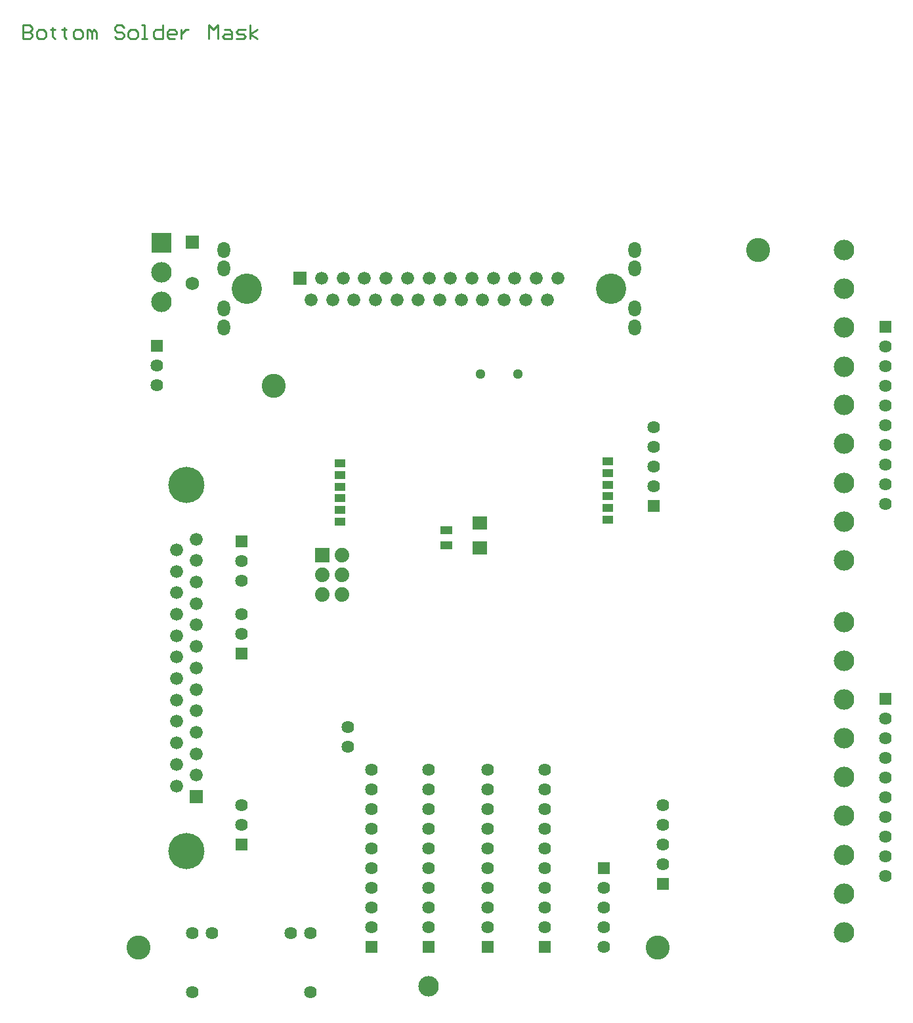
<source format=gbs>
%FSLAX23Y23*%
%MOIN*%
G70*
G01*
G75*
G04 Layer_Color=13486297*
G04 Layer_Color=13486297*
%ADD10C,0.013*%
%ADD11R,0.024X0.080*%
%ADD12O,0.024X0.080*%
%ADD13R,0.039X0.071*%
%ADD14R,0.057X0.035*%
%ADD15R,0.035X0.057*%
%ADD16R,0.036X0.036*%
%ADD17R,0.060X0.052*%
%ADD18O,0.030X0.020*%
%ADD19O,0.030X0.059*%
%ADD20O,0.028X0.059*%
%ADD21R,0.071X0.126*%
%ADD22R,0.036X0.050*%
%ADD23R,0.050X0.036*%
%ADD24R,0.095X0.091*%
%ADD25R,0.071X0.039*%
%ADD26R,0.079X0.079*%
%ADD27R,0.051X0.079*%
%ADD28R,0.052X0.060*%
%ADD29O,0.059X0.028*%
%ADD30O,0.059X0.030*%
%ADD31O,0.020X0.030*%
%ADD32R,0.063X0.071*%
%ADD33O,0.013X0.055*%
%ADD34R,0.013X0.055*%
%ADD35O,0.080X0.024*%
%ADD36R,0.037X0.037*%
%ADD37R,0.033X0.037*%
%ADD38R,0.114X0.095*%
%ADD39O,0.067X0.047*%
%ADD40O,0.031X0.043*%
%ADD41O,0.047X0.067*%
%ADD42O,0.043X0.031*%
%ADD43R,0.060X0.100*%
%ADD44C,0.050*%
%ADD45R,0.060X0.060*%
%ADD46R,0.050X0.060*%
%ADD47R,0.079X0.051*%
%ADD48C,0.016*%
%ADD49C,0.024*%
%ADD50C,0.010*%
%ADD51C,0.032*%
%ADD52C,0.020*%
%ADD53C,0.008*%
%ADD54C,0.080*%
%ADD55C,0.050*%
%ADD56C,0.100*%
%ADD57C,0.040*%
%ADD58C,0.005*%
%ADD59C,0.118*%
%ADD60C,0.150*%
%ADD61C,0.060*%
%ADD62R,0.062X0.062*%
%ADD63C,0.062*%
%ADD64R,0.064X0.064*%
%ADD65C,0.064*%
%ADD66R,0.050X0.040*%
%ADD67R,0.100X0.100*%
%ADD68C,0.100*%
%ADD69C,0.047*%
%ADD70O,0.060X0.079*%
%ADD71R,0.070X0.070*%
%ADD72C,0.070*%
%ADD73C,0.180*%
%ADD74C,0.022*%
%ADD75C,0.016*%
%ADD76C,0.028*%
%ADD77C,0.032*%
%ADD78R,0.071X0.063*%
%ADD79C,0.008*%
%ADD80C,0.010*%
%ADD81C,0.012*%
%ADD82C,0.004*%
%ADD83R,0.028X0.084*%
%ADD84O,0.028X0.084*%
%ADD85R,0.043X0.075*%
%ADD86R,0.061X0.039*%
%ADD87R,0.039X0.061*%
%ADD88R,0.040X0.040*%
%ADD89R,0.064X0.056*%
%ADD90O,0.034X0.024*%
%ADD91O,0.034X0.063*%
%ADD92O,0.032X0.063*%
%ADD93R,0.075X0.130*%
%ADD94R,0.040X0.054*%
%ADD95R,0.054X0.040*%
%ADD96R,0.099X0.095*%
%ADD97R,0.075X0.043*%
%ADD98R,0.083X0.083*%
%ADD99R,0.055X0.083*%
%ADD100R,0.056X0.064*%
%ADD101O,0.063X0.032*%
%ADD102O,0.063X0.034*%
%ADD103O,0.024X0.034*%
%ADD104R,0.067X0.075*%
%ADD105O,0.017X0.059*%
%ADD106R,0.017X0.059*%
%ADD107O,0.084X0.028*%
%ADD108R,0.041X0.041*%
%ADD109R,0.037X0.041*%
%ADD110R,0.118X0.099*%
%ADD111O,0.071X0.051*%
%ADD112O,0.035X0.047*%
%ADD113O,0.051X0.071*%
%ADD114O,0.047X0.035*%
%ADD115R,0.064X0.104*%
%ADD116C,0.054*%
%ADD117R,0.054X0.064*%
%ADD118R,0.083X0.055*%
%ADD119C,0.122*%
%ADD120C,0.154*%
%ADD121R,0.066X0.066*%
%ADD122C,0.066*%
%ADD123R,0.068X0.068*%
%ADD124C,0.068*%
%ADD125R,0.054X0.044*%
%ADD126R,0.104X0.104*%
%ADD127C,0.104*%
%ADD128C,0.051*%
%ADD129O,0.064X0.083*%
%ADD130R,0.074X0.074*%
%ADD131C,0.074*%
%ADD132C,0.184*%
%ADD133R,0.075X0.067*%
D50*
X-390Y5080D02*
Y5010D01*
X-355D01*
X-343Y5022D01*
Y5033D01*
X-355Y5045D01*
X-390D01*
X-355D01*
X-343Y5057D01*
Y5068D01*
X-355Y5080D01*
X-390D01*
X-308Y5010D02*
X-285D01*
X-273Y5022D01*
Y5045D01*
X-285Y5057D01*
X-308D01*
X-320Y5045D01*
Y5022D01*
X-308Y5010D01*
X-238Y5068D02*
Y5057D01*
X-250D01*
X-227D01*
X-238D01*
Y5022D01*
X-227Y5010D01*
X-180Y5068D02*
Y5057D01*
X-192D01*
X-168D01*
X-180D01*
Y5022D01*
X-168Y5010D01*
X-122D02*
X-98D01*
X-87Y5022D01*
Y5045D01*
X-98Y5057D01*
X-122D01*
X-133Y5045D01*
Y5022D01*
X-122Y5010D01*
X-63D02*
Y5057D01*
X-52D01*
X-40Y5045D01*
Y5010D01*
Y5045D01*
X-28Y5057D01*
X-17Y5045D01*
Y5010D01*
X123Y5068D02*
X112Y5080D01*
X88D01*
X77Y5068D01*
Y5057D01*
X88Y5045D01*
X112D01*
X123Y5033D01*
Y5022D01*
X112Y5010D01*
X88D01*
X77Y5022D01*
X158Y5010D02*
X181D01*
X193Y5022D01*
Y5045D01*
X181Y5057D01*
X158D01*
X146Y5045D01*
Y5022D01*
X158Y5010D01*
X216D02*
X240D01*
X228D01*
Y5080D01*
X216D01*
X321D02*
Y5010D01*
X286D01*
X275Y5022D01*
Y5045D01*
X286Y5057D01*
X321D01*
X380Y5010D02*
X356D01*
X345Y5022D01*
Y5045D01*
X356Y5057D01*
X380D01*
X391Y5045D01*
Y5033D01*
X345D01*
X415Y5057D02*
Y5010D01*
Y5033D01*
X426Y5045D01*
X438Y5057D01*
X450D01*
X555Y5010D02*
Y5080D01*
X578Y5057D01*
X601Y5080D01*
Y5010D01*
X636Y5057D02*
X660D01*
X671Y5045D01*
Y5010D01*
X636D01*
X625Y5022D01*
X636Y5033D01*
X671D01*
X695Y5010D02*
X730D01*
X741Y5022D01*
X730Y5033D01*
X706D01*
X695Y5045D01*
X706Y5057D01*
X741D01*
X765Y5010D02*
Y5080D01*
Y5033D02*
X800Y5057D01*
X765Y5033D02*
X800Y5010D01*
D64*
X720Y1887D02*
D03*
X2560Y797D02*
D03*
X1670Y397D02*
D03*
X2260D02*
D03*
X1380D02*
D03*
X1970D02*
D03*
X3990Y1657D02*
D03*
X290Y3450D02*
D03*
X720Y2457D02*
D03*
Y917D02*
D03*
X2815Y2638D02*
D03*
X2860Y717D02*
D03*
X3990Y3547D02*
D03*
D65*
X1670Y497D02*
D03*
X1380Y997D02*
D03*
Y1097D02*
D03*
Y897D02*
D03*
X1670Y1297D02*
D03*
Y1197D02*
D03*
Y997D02*
D03*
X720Y1987D02*
D03*
Y2087D02*
D03*
X2560Y597D02*
D03*
Y697D02*
D03*
Y397D02*
D03*
Y497D02*
D03*
X1670Y1097D02*
D03*
Y697D02*
D03*
Y797D02*
D03*
X2260Y1197D02*
D03*
Y1297D02*
D03*
Y1097D02*
D03*
Y897D02*
D03*
Y697D02*
D03*
Y797D02*
D03*
Y497D02*
D03*
Y597D02*
D03*
X1380Y1297D02*
D03*
Y697D02*
D03*
Y797D02*
D03*
Y497D02*
D03*
Y597D02*
D03*
X1670Y897D02*
D03*
X1970Y597D02*
D03*
Y497D02*
D03*
Y797D02*
D03*
Y697D02*
D03*
Y897D02*
D03*
Y997D02*
D03*
Y1297D02*
D03*
Y1197D02*
D03*
X2260Y997D02*
D03*
X1970Y1097D02*
D03*
X1380Y1197D02*
D03*
X1670Y597D02*
D03*
X290Y3250D02*
D03*
Y3350D02*
D03*
X720Y2257D02*
D03*
Y2357D02*
D03*
Y1117D02*
D03*
Y1017D02*
D03*
X970Y467D02*
D03*
X1260Y1515D02*
D03*
Y1415D02*
D03*
X2815Y2938D02*
D03*
Y3038D02*
D03*
Y2738D02*
D03*
Y2838D02*
D03*
X2860Y1017D02*
D03*
Y1117D02*
D03*
Y817D02*
D03*
Y917D02*
D03*
X3990Y1457D02*
D03*
Y1557D02*
D03*
Y1257D02*
D03*
Y1357D02*
D03*
Y1157D02*
D03*
Y957D02*
D03*
Y1057D02*
D03*
Y757D02*
D03*
Y857D02*
D03*
Y3347D02*
D03*
Y3447D02*
D03*
Y3147D02*
D03*
Y3247D02*
D03*
Y3047D02*
D03*
Y2847D02*
D03*
Y2947D02*
D03*
Y2647D02*
D03*
Y2747D02*
D03*
X1070Y467D02*
D03*
X570Y467D02*
D03*
X470D02*
D03*
Y167D02*
D03*
X1070D02*
D03*
D86*
X1760Y2515D02*
D03*
Y2439D02*
D03*
D119*
X886Y3248D02*
D03*
X3346Y3937D02*
D03*
X197Y394D02*
D03*
X2835D02*
D03*
D120*
X748Y3740D02*
D03*
X2598D02*
D03*
D121*
X1019Y3795D02*
D03*
X492Y1161D02*
D03*
D122*
X1128Y3795D02*
D03*
X1237D02*
D03*
X1346D02*
D03*
X1455D02*
D03*
X1564D02*
D03*
X1673D02*
D03*
X1782D02*
D03*
X1891D02*
D03*
X2000D02*
D03*
X2109D02*
D03*
X2218D02*
D03*
X2327D02*
D03*
X1074Y3685D02*
D03*
X1183D02*
D03*
X1292D02*
D03*
X1401D02*
D03*
X1510D02*
D03*
X1619D02*
D03*
X1728D02*
D03*
X1837D02*
D03*
X1946D02*
D03*
X2055D02*
D03*
X2164D02*
D03*
X2273D02*
D03*
X392Y2415D02*
D03*
Y2306D02*
D03*
Y2197D02*
D03*
Y1979D02*
D03*
Y1870D02*
D03*
Y1761D02*
D03*
Y1652D02*
D03*
Y1543D02*
D03*
Y1325D02*
D03*
Y1216D02*
D03*
X492Y2469D02*
D03*
Y2360D02*
D03*
Y2251D02*
D03*
Y2142D02*
D03*
Y2033D02*
D03*
Y1815D02*
D03*
Y1706D02*
D03*
Y1597D02*
D03*
Y1488D02*
D03*
Y1379D02*
D03*
Y1270D02*
D03*
Y1924D02*
D03*
X392Y1433D02*
D03*
Y2088D02*
D03*
D123*
X470Y3977D02*
D03*
D124*
Y3768D02*
D03*
D125*
X1220Y2677D02*
D03*
Y2559D02*
D03*
Y2618D02*
D03*
Y2795D02*
D03*
Y2854D02*
D03*
Y2736D02*
D03*
X2580Y2805D02*
D03*
Y2746D02*
D03*
Y2864D02*
D03*
Y2628D02*
D03*
Y2569D02*
D03*
Y2687D02*
D03*
D126*
X315Y3976D02*
D03*
D127*
Y3826D02*
D03*
Y3676D02*
D03*
X1670Y197D02*
D03*
X3780Y2047D02*
D03*
Y3937D02*
D03*
Y3740D02*
D03*
Y1850D02*
D03*
Y3543D02*
D03*
Y1654D02*
D03*
Y3346D02*
D03*
Y1457D02*
D03*
Y3150D02*
D03*
Y1260D02*
D03*
Y2953D02*
D03*
Y1063D02*
D03*
Y2756D02*
D03*
Y866D02*
D03*
Y2559D02*
D03*
Y669D02*
D03*
Y2362D02*
D03*
Y472D02*
D03*
D128*
X1934Y3308D02*
D03*
X2126D02*
D03*
D129*
X2717Y3642D02*
D03*
Y3843D02*
D03*
Y3543D02*
D03*
Y3937D02*
D03*
X630Y3642D02*
D03*
Y3843D02*
D03*
Y3543D02*
D03*
Y3937D02*
D03*
D130*
X1130Y2387D02*
D03*
D131*
X1230D02*
D03*
X1130Y2287D02*
D03*
X1230D02*
D03*
X1130Y2187D02*
D03*
X1230D02*
D03*
D132*
X442Y886D02*
D03*
Y2744D02*
D03*
D133*
X1930Y2550D02*
D03*
Y2424D02*
D03*
M02*

</source>
